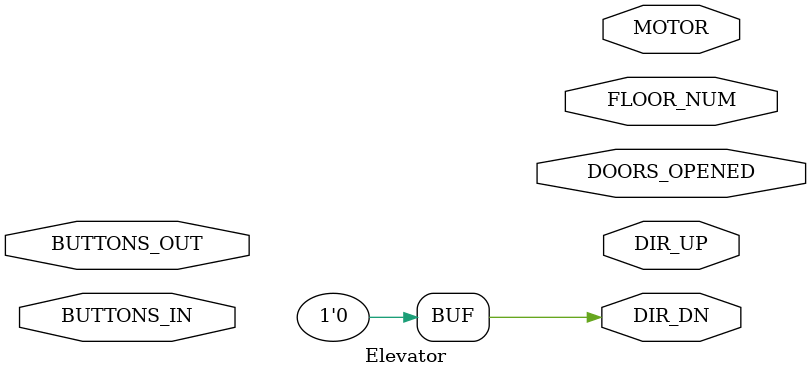
<source format=v>
module Elevator(BUTTONS_IN, BUTTONS_OUT, DIR_UP, DIR_DN, DOORS_OPENED, MOTOR, FLOOR_NUM);
parameter NUM_FLOORS=8;
 
input [1:NUM_FLOORS] BUTTONS_IN, BUTTONS_OUT;
output DIR_UP, DIR_DN;
output [1:NUM_FLOORS] DOORS_OPENED;
output [0:1] MOTOR;
output [0:3] FLOOR_NUM;

reg [0:1] MOTOR;
reg [1:NUM_FLOORS] DOORS_OPENED;
reg DIR_UP, DIR_DN=0;
reg [0:3] FLOOR_NUM;



endmodule

</source>
